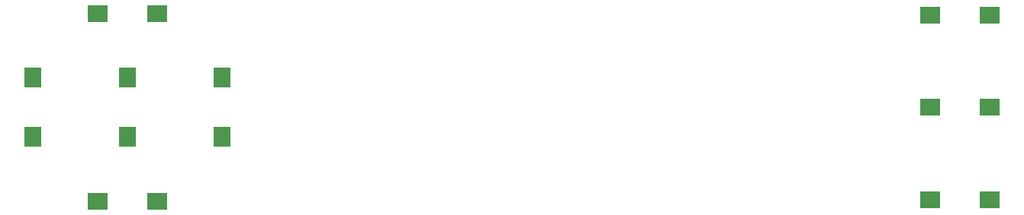
<source format=gbr>
G04 DesignSpark PCB Gerber Version 11.0 Build 5877*
G04 #@! TF.Part,Single*
G04 #@! TF.FileFunction,Paste,Top*
G04 #@! TF.FilePolarity,Positive*
%FSLAX35Y35*%
%MOIN*%
G04 #@! TA.AperFunction,SMDPad,CuDef*
%ADD113R,0.07441X0.08622*%
%ADD112R,0.08622X0.07441*%
G04 #@! TD.AperFunction*
X0Y0D02*
D02*
D112*
X92258Y67750D03*
Y150250D03*
X118242Y67750D03*
Y150250D03*
X456008Y68383D03*
Y108982D03*
Y149607D03*
X481992Y68383D03*
Y108982D03*
Y149607D03*
D02*
D113*
X64000Y96008D03*
Y121992D03*
X105250Y96008D03*
Y121992D03*
X146500Y96008D03*
Y121992D03*
X0Y0D02*
M02*

</source>
